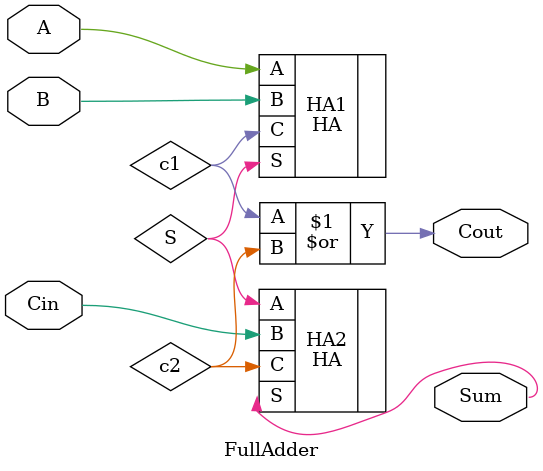
<source format=v>
module FullAdder(A,B,Cin,Sum,Cout);
input A,B,Cin;
output Sum,Cout;
wire c1,c2;
HA HA1(.A(A),.B(B),.S(S),.C(c1));
HA HA2(.A(S),.B(Cin),.S(Sum),.C(c2));
or g1(Cout,c1,c2);
endmodule


</source>
